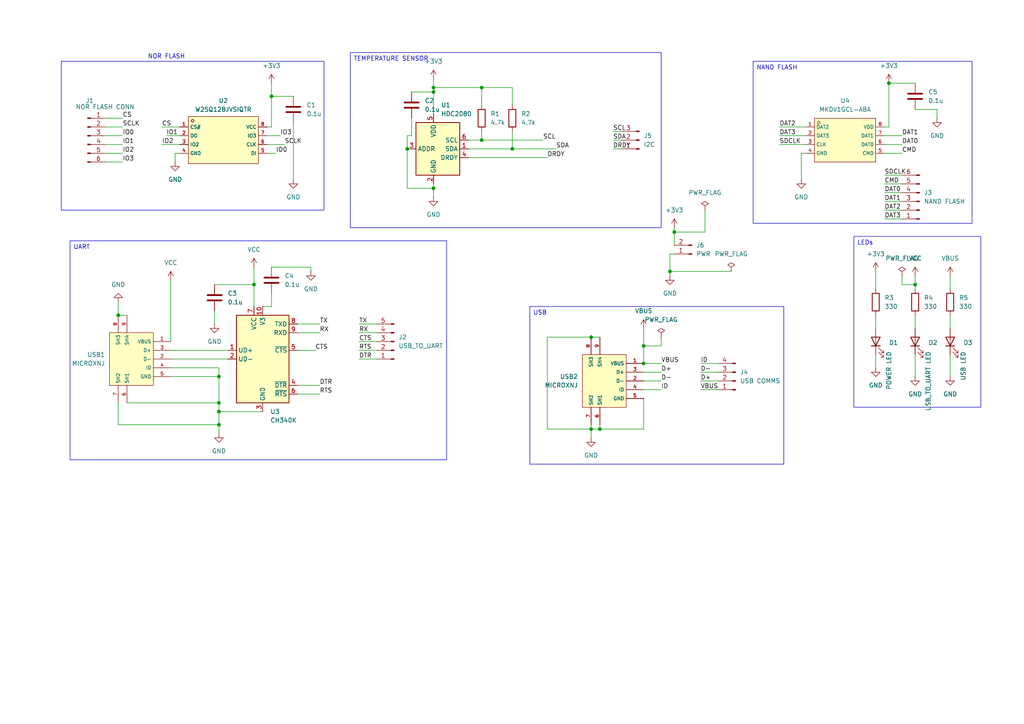
<source format=kicad_sch>
(kicad_sch (version 20231120) (generator "eeschema") (generator_version "8.0")
  (paper "A4")
  (title_block (title "IOT Storage") (rev "V0.01") (company "OpenEmbedded") (comment 1 "Author: Malefetsane Lenka") (comment 2 "QSPI, SD, I2C, USB,UART"))
  (lib_symbols
    (symbol "Connector:Conn_01x02_Pin" (pin_names (offset 1.016) hide)
      (property "Reference" "J" (at 0 2.54 0))
      (property "Value" "Conn_01x02_Pin" (at 0 -5.08 0))
      (symbol "Conn_01x02_Pin_1_1"
        (polyline (pts (xy 1.27 -2.54) (xy 0.8636 -2.54)) (stroke (width 0.1524)))
        (polyline (pts (xy 1.27 0) (xy 0.8636 0)) (stroke (width 0.1524)))
        (rectangle (start 0.8636 -2.413) (end 0 -2.667) (stroke (width 0.1524)) (fill (type outline)))
        (rectangle (start 0.8636 0.127) (end 0 -0.127) (stroke (width 0.1524)) (fill (type outline)))
        (pin passive line (at 5.08 0 180) (length 3.81) (name "Pin_1") (number "1"))
        (pin passive line (at 5.08 -2.54 180) (length 3.81) (name "Pin_2") (number "2"))
      )
    )
    (symbol "Connector:Conn_01x03_Pin" (pin_names (offset 1.016) hide)
      (property "Reference" "J" (at 0 5.08 0))
      (property "Value" "Conn_01x03_Pin" (at 0 -5.08 0))
      (symbol "Conn_01x03_Pin_1_1"
        (polyline (pts (xy 1.27 -2.54) (xy 0.8636 -2.54)) (stroke (width 0.1524)))
        (polyline (pts (xy 1.27 0) (xy 0.8636 0)) (stroke (width 0.1524)))
        (polyline (pts (xy 1.27 2.54) (xy 0.8636 2.54)) (stroke (width 0.1524)))
        (rectangle (start 0.8636 -2.413) (end 0 -2.667) (stroke (width 0.1524)) (fill (type outline)))
        (rectangle (start 0.8636 0.127) (end 0 -0.127) (stroke (width 0.1524)) (fill (type outline)))
        (rectangle (start 0.8636 2.667) (end 0 2.413) (stroke (width 0.1524)) (fill (type outline)))
        (pin passive line (at 5.08 2.54 180) (length 3.81) (name "Pin_1") (number "1"))
        (pin passive line (at 5.08 0 180) (length 3.81) (name "Pin_2") (number "2"))
        (pin passive line (at 5.08 -2.54 180) (length 3.81) (name "Pin_3") (number "3"))
      )
    )
    (symbol "Connector:Conn_01x04_Pin" (pin_names (offset 1.016) hide)
      (property "Reference" "J" (at 0 5.08 0))
      (property "Value" "Conn_01x04_Pin" (at 0 -7.62 0))
      (symbol "Conn_01x04_Pin_1_1"
        (polyline (pts (xy 1.27 -5.08) (xy 0.8636 -5.08)) (stroke (width 0.1524)))
        (polyline (pts (xy 1.27 -2.54) (xy 0.8636 -2.54)) (stroke (width 0.1524)))
        (polyline (pts (xy 1.27 0) (xy 0.8636 0)) (stroke (width 0.1524)))
        (polyline (pts (xy 1.27 2.54) (xy 0.8636 2.54)) (stroke (width 0.1524)))
        (rectangle (start 0.8636 -4.953) (end 0 -5.207) (stroke (width 0.1524)) (fill (type outline)))
        (rectangle (start 0.8636 -2.413) (end 0 -2.667) (stroke (width 0.1524)) (fill (type outline)))
        (rectangle (start 0.8636 0.127) (end 0 -0.127) (stroke (width 0.1524)) (fill (type outline)))
        (rectangle (start 0.8636 2.667) (end 0 2.413) (stroke (width 0.1524)) (fill (type outline)))
        (pin passive line (at 5.08 2.54 180) (length 3.81) (name "Pin_1") (number "1"))
        (pin passive line (at 5.08 0 180) (length 3.81) (name "Pin_2") (number "2"))
        (pin passive line (at 5.08 -2.54 180) (length 3.81) (name "Pin_3") (number "3"))
        (pin passive line (at 5.08 -5.08 180) (length 3.81) (name "Pin_4") (number "4"))
      )
    )
    (symbol "Connector:Conn_01x05_Pin" (pin_names (offset 1.016) hide)
      (property "Reference" "J" (at 0 7.62 0))
      (property "Value" "Conn_01x05_Pin" (at 0 -7.62 0))
      (symbol "Conn_01x05_Pin_1_1"
        (polyline (pts (xy 1.27 -5.08) (xy 0.8636 -5.08)) (stroke (width 0.1524)))
        (polyline (pts (xy 1.27 -2.54) (xy 0.8636 -2.54)) (stroke (width 0.1524)))
        (polyline (pts (xy 1.27 0) (xy 0.8636 0)) (stroke (width 0.1524)))
        (polyline (pts (xy 1.27 2.54) (xy 0.8636 2.54)) (stroke (width 0.1524)))
        (polyline (pts (xy 1.27 5.08) (xy 0.8636 5.08)) (stroke (width 0.1524)))
        (rectangle (start 0.8636 -4.953) (end 0 -5.207) (stroke (width 0.1524)) (fill (type outline)))
        (rectangle (start 0.8636 -2.413) (end 0 -2.667) (stroke (width 0.1524)) (fill (type outline)))
        (rectangle (start 0.8636 0.127) (end 0 -0.127) (stroke (width 0.1524)) (fill (type outline)))
        (rectangle (start 0.8636 2.667) (end 0 2.413) (stroke (width 0.1524)) (fill (type outline)))
        (rectangle (start 0.8636 5.207) (end 0 4.953) (stroke (width 0.1524)) (fill (type outline)))
        (pin passive line (at 5.08 5.08 180) (length 3.81) (name "Pin_1") (number "1"))
        (pin passive line (at 5.08 2.54 180) (length 3.81) (name "Pin_2") (number "2"))
        (pin passive line (at 5.08 0 180) (length 3.81) (name "Pin_3") (number "3"))
        (pin passive line (at 5.08 -2.54 180) (length 3.81) (name "Pin_4") (number "4"))
        (pin passive line (at 5.08 -5.08 180) (length 3.81) (name "Pin_5") (number "5"))
      )
    )
    (symbol "Connector:Conn_01x06_Pin" (pin_names (offset 1.016) hide)
      (property "Reference" "J" (at 0 7.62 0))
      (property "Value" "Conn_01x06_Pin" (at 0 -10.16 0))
      (symbol "Conn_01x06_Pin_1_1"
        (polyline (pts (xy 1.27 -7.62) (xy 0.8636 -7.62)) (stroke (width 0.1524)))
        (polyline (pts (xy 1.27 -5.08) (xy 0.8636 -5.08)) (stroke (width 0.1524)))
        (polyline (pts (xy 1.27 -2.54) (xy 0.8636 -2.54)) (stroke (width 0.1524)))
        (polyline (pts (xy 1.27 0) (xy 0.8636 0)) (stroke (width 0.1524)))
        (polyline (pts (xy 1.27 2.54) (xy 0.8636 2.54)) (stroke (width 0.1524)))
        (polyline (pts (xy 1.27 5.08) (xy 0.8636 5.08)) (stroke (width 0.1524)))
        (rectangle (start 0.8636 -7.493) (end 0 -7.747) (stroke (width 0.1524)) (fill (type outline)))
        (rectangle (start 0.8636 -4.953) (end 0 -5.207) (stroke (width 0.1524)) (fill (type outline)))
        (rectangle (start 0.8636 -2.413) (end 0 -2.667) (stroke (width 0.1524)) (fill (type outline)))
        (rectangle (start 0.8636 0.127) (end 0 -0.127) (stroke (width 0.1524)) (fill (type outline)))
        (rectangle (start 0.8636 2.667) (end 0 2.413) (stroke (width 0.1524)) (fill (type outline)))
        (rectangle (start 0.8636 5.207) (end 0 4.953) (stroke (width 0.1524)) (fill (type outline)))
        (pin passive line (at 5.08 5.08 180) (length 3.81) (name "Pin_1") (number "1"))
        (pin passive line (at 5.08 2.54 180) (length 3.81) (name "Pin_2") (number "2"))
        (pin passive line (at 5.08 0 180) (length 3.81) (name "Pin_3") (number "3"))
        (pin passive line (at 5.08 -2.54 180) (length 3.81) (name "Pin_4") (number "4"))
        (pin passive line (at 5.08 -5.08 180) (length 3.81) (name "Pin_5") (number "5"))
        (pin passive line (at 5.08 -7.62 180) (length 3.81) (name "Pin_6") (number "6"))
      )
    )
    (symbol "Device:C" (pin_numbers hide) (pin_names (offset 0.254))
      (property "Reference" "C" (at 0.635 2.54 0))
      (property "Value" "C" (at 0.635 -2.54 0))
      (symbol "C_0_1"
        (polyline (pts (xy -2.032 -0.762) (xy 2.032 -0.762)) (stroke (width 0.508)))
        (polyline (pts (xy -2.032 0.762) (xy 2.032 0.762)) (stroke (width 0.508)))
      )
      (symbol "C_1_1"
        (pin passive line (at 0 3.81 270) (length 2.794) (name "~") (number "1"))
        (pin passive line (at 0 -3.81 90) (length 2.794) (name "~") (number "2"))
      )
    )
    (symbol "Device:LED" (pin_numbers hide) (pin_names (offset 1.016) hide)
      (property "Reference" "D" (at 0 2.54 0))
      (property "Value" "LED" (at 0 -2.54 0))
      (symbol "LED_0_1"
        (polyline (pts (xy -1.27 -1.27) (xy -1.27 1.27)) (stroke (width 0.254)))
        (polyline (pts (xy -1.27 0) (xy 1.27 0)))
        (polyline (pts (xy 1.27 -1.27) (xy 1.27 1.27) (xy -1.27 0) (xy 1.27 -1.27)) (stroke (width 0.254)))
        (polyline (pts (xy -3.048 -0.762) (xy -4.572 -2.286) (xy -3.81 -2.286) (xy -4.572 -2.286) (xy -4.572 -1.524)))
        (polyline (pts (xy -1.778 -0.762) (xy -3.302 -2.286) (xy -2.54 -2.286) (xy -3.302 -2.286) (xy -3.302 -1.524)))
      )
      (symbol "LED_1_1"
        (pin passive line (at -3.81 0 0) (length 2.54) (name "K") (number "1"))
        (pin passive line (at 3.81 0 180) (length 2.54) (name "A") (number "2"))
      )
    )
    (symbol "Device:R" (pin_numbers hide) (pin_names (offset 0))
      (property "Reference" "R" (at 2.032 0 90))
      (property "Value" "R" (at 0 0 90))
      (symbol "R_0_1"
        (rectangle (start -1.016 -2.54) (end 1.016 2.54) (stroke (width 0.254)))
      )
      (symbol "R_1_1"
        (pin passive line (at 0 3.81 270) (length 1.27) (name "~") (number "1"))
        (pin passive line (at 0 -3.81 90) (length 1.27) (name "~") (number "2"))
      )
    )
    (symbol "Interface_USB:CH340K"
      (property "Reference" "U" (at -6.858 13.97 0))
      (property "Value" "CH340K" (at 1.27 13.97 0))
      (symbol "CH340K_0_1"
        (rectangle (start -7.62 12.7) (end 7.62 -12.7) (stroke (width 0.254)) (fill (type background)))
      )
      (symbol "CH340K_1_0"
        (pin passive line (at 0 -15.24 90) (length 2.54) hide (name "GND") (number "11"))
      )
      (symbol "CH340K_1_1"
        (pin bidirectional line (at -10.16 2.54 0) (length 2.54) (name "UD+") (number "1"))
        (pin passive line (at 0 15.24 270) (length 2.54) (name "V3") (number "10"))
        (pin bidirectional line (at -10.16 0 0) (length 2.54) (name "UD-") (number "2"))
        (pin power_in line (at 0 -15.24 90) (length 2.54) (name "GND") (number "3"))
        (pin output line (at 10.16 -7.62 180) (length 2.54) (name "~{DTR}") (number "4"))
        (pin input line (at 10.16 2.54 180) (length 2.54) (name "~{CTS}") (number "5"))
        (pin output line (at 10.16 -10.16 180) (length 2.54) (name "~{RTS}") (number "6"))
        (pin power_in line (at -2.54 15.24 270) (length 2.54) (name "VCC") (number "7"))
        (pin output line (at 10.16 10.16 180) (length 2.54) (name "TXD") (number "8"))
        (pin input line (at 10.16 7.62 180) (length 2.54) (name "RXD") (number "9"))
      )
    )
    (symbol "MICROXNJ:MICROXNJ"
      (property "Reference" "USB" (at 0 1.27 0))
      (property "Value" "MICROXNJ" (at 0 -2.54 0))
      (symbol "MICROXNJ_0_1"
        (rectangle (start -5.08 7.62) (end 7.62 -7.62) (fill (type background)))
      )
      (symbol "MICROXNJ_1_1"
        (pin power_in line (at -10.16 -5.08 0) (length 5.08) (name "VBUS") (number "1"))
        (pin bidirectional line (at -10.16 0 0) (length 5.08) (name "D-") (number "2"))
        (pin bidirectional line (at -10.16 -2.54 0) (length 5.08) (name "D+") (number "3"))
        (pin passive line (at -10.16 2.54 0) (length 5.08) (name "ID") (number "4"))
        (pin power_in line (at -10.16 5.08 0) (length 5.08) (name "GND") (number "5"))
        (pin passive line (at 2.54 12.7 270) (length 5.08) (name "SH1") (number "6"))
        (pin passive line (at 5.08 12.7 270) (length 5.08) (name "SH2") (number "7"))
        (pin passive line (at 5.08 -12.7 90) (length 5.08) (name "SH3") (number "8"))
        (pin passive line (at 2.54 -12.7 90) (length 5.08) (name "SH4") (number "9"))
      )
    )
    (symbol "MKDV1GCL-ABA:MKDV1GCL-ABA"
      (property "Reference" "U" (at 0 1.27 0))
      (property "Value" "MKDV1GCL-ABA" (at 0 -2.54 0))
      (symbol "MKDV1GCL-ABA_0_1"
        (rectangle (start -8.89 6.35) (end 8.89 -6.35) (fill (type background)))
        (circle (center -7.62 5.08) (radius 0.381) (fill (type background)))
      )
      (symbol "MKDV1GCL-ABA_1_1"
        (pin bidirectional line (at -11.43 3.81 0) (length 2.54) (name "DAT2") (number "1"))
        (pin bidirectional line (at -11.43 1.27 0) (length 2.54) (name "DAT3") (number "2"))
        (pin input line (at -11.43 -1.27 0) (length 2.54) (name "CLK") (number "3"))
        (pin power_in line (at -11.43 -3.81 0) (length 2.54) (name "GND") (number "4"))
        (pin input line (at 11.43 -3.81 180) (length 2.54) (name "CMD") (number "5"))
        (pin bidirectional line (at 11.43 -1.27 180) (length 2.54) (name "DAT0") (number "6"))
        (pin bidirectional line (at 11.43 1.27 180) (length 2.54) (name "DAT1") (number "7"))
        (pin power_in line (at 11.43 3.81 180) (length 2.54) (name "VDD") (number "8"))
      )
    )
    (symbol "Sensor_Humidity:HDC2080"
      (property "Reference" "U" (at -6.35 8.89 0))
      (property "Value" "HDC2080" (at 2.54 8.89 0))
      (symbol "HDC2080_0_1"
        (rectangle (start -7.62 7.62) (end 5.08 -7.62) (stroke (width 0.254)) (fill (type background)))
      )
      (symbol "HDC2080_1_1"
        (pin bidirectional line (at 7.62 0 180) (length 2.54) (name "SDA") (number "1"))
        (pin power_in line (at -2.54 -10.16 90) (length 2.54) (name "GND") (number "2"))
        (pin input line (at -10.16 0 0) (length 2.54) (name "ADDR") (number "3"))
        (pin output line (at 7.62 -2.54 180) (length 2.54) (name "DRDY") (number "4"))
        (pin power_in line (at -2.54 10.16 270) (length 2.54) (name "VDD") (number "5"))
        (pin input line (at 7.62 2.54 180) (length 2.54) (name "SCL") (number "6"))
        (pin no_connect line (at -7.62 -2.54 0) (length 2.54) hide (name "EP") (number "7"))
      )
    )
    (symbol "W25Q128JVSIQTR:W25Q128JVSIQTR"
      (property "Reference" "U" (at 0 1.27 0))
      (property "Value" "W25Q128JVSIQTR" (at 0 -2.54 0))
      (symbol "W25Q128JVSIQTR_0_1"
        (rectangle (start -10.16 6.858) (end 10.16 -6.858) (fill (type background)))
        (circle (center -8.89 5.588) (radius 0.381) (fill (type background)))
        (circle (center -8.89 5.588) (radius 0.381) (fill (type background)))
      )
      (symbol "W25Q128JVSIQTR_1_1"
        (pin input line (at -12.7 3.81 0) (length 2.54) (name "CS#") (number "1"))
        (pin bidirectional line (at -12.7 1.27 0) (length 2.54) (name "DO") (number "2"))
        (pin bidirectional line (at -12.7 -1.27 0) (length 2.54) (name "IO2") (number "3"))
        (pin power_in line (at -12.7 -3.81 0) (length 2.54) (name "GND") (number "4"))
        (pin bidirectional line (at 12.7 -3.81 180) (length 2.54) (name "DI") (number "5"))
        (pin input line (at 12.7 -1.27 180) (length 2.54) (name "CLK") (number "6"))
        (pin bidirectional line (at 12.7 1.27 180) (length 2.54) (name "IO3") (number "7"))
        (pin power_in line (at 12.7 3.81 180) (length 2.54) (name "VCC") (number "8"))
      )
    )
    (symbol "power:+3V3" (power) (pin_numbers hide) (pin_names (offset 0) hide)
      (property "Value" "+3V3" (at 0 3.556 0))
      (symbol "+3V3_0_1"
        (polyline (pts (xy -0.762 1.27) (xy 0 2.54)))
        (polyline (pts (xy 0 0) (xy 0 2.54)))
        (polyline (pts (xy 0 2.54) (xy 0.762 1.27)))
      )
      (symbol "+3V3_1_1"
        (pin power_in line (at 0 0 90) (length 0) (name "~") (number "1"))
      )
    )
    (symbol "power:GND" (power) (pin_numbers hide) (pin_names (offset 0) hide)
      (property "Value" "GND" (at 0 -3.81 0))
      (symbol "GND_0_1"
        (polyline (pts (xy 0 0) (xy 0 -1.27) (xy 1.27 -1.27) (xy 0 -2.54) (xy -1.27 -1.27) (xy 0 -1.27)))
      )
      (symbol "GND_1_1"
        (pin power_in line (at 0 0 270) (length 0) (name "~") (number "1"))
      )
    )
    (symbol "power:PWR_FLAG" (power) (pin_numbers hide) (pin_names (offset 0) hide)
      (property "Value" "PWR_FLAG" (at 0 3.81 0))
      (symbol "PWR_FLAG_0_0"
        (pin power_out line (at 0 0 90) (length 0) (name "~") (number "1"))
      )
      (symbol "PWR_FLAG_0_1"
        (polyline (pts (xy 0 0) (xy 0 1.27) (xy -1.016 1.905) (xy 0 2.54) (xy 1.016 1.905) (xy 0 1.27)))
      )
    )
    (symbol "power:VBUS" (power) (pin_numbers hide) (pin_names (offset 0) hide)
      (property "Value" "VBUS" (at 0 3.556 0))
      (symbol "VBUS_0_1"
        (polyline (pts (xy -0.762 1.27) (xy 0 2.54)))
        (polyline (pts (xy 0 0) (xy 0 2.54)))
        (polyline (pts (xy 0 2.54) (xy 0.762 1.27)))
      )
      (symbol "VBUS_1_1"
        (pin power_in line (at 0 0 90) (length 0) (name "~") (number "1"))
      )
    )
    (symbol "power:VCC" (power) (pin_numbers hide) (pin_names (offset 0) hide)
      (property "Value" "VCC" (at 0 3.556 0))
      (symbol "VCC_0_1"
        (polyline (pts (xy -0.762 1.27) (xy 0 2.54)))
        (polyline (pts (xy 0 0) (xy 0 2.54)))
        (polyline (pts (xy 0 2.54) (xy 0.762 1.27)))
      )
      (symbol "VCC_1_1"
        (pin power_in line (at 0 0 90) (length 0) (name "~") (number "1"))
      )
    )
  )
  (junction (at 34.29 91.44))
  (junction (at 173.99 124.46))
  (junction (at 125.73 54.61))
  (junction (at 139.7 40.64))
  (junction (at 171.45 124.46))
  (junction (at 257.81 24.13))
  (junction (at 148.59 43.18))
  (junction (at 118.11 43.18))
  (junction (at 78.74 27.94))
  (junction (at 73.66 82.55))
  (junction (at 186.69 105.41))
  (junction (at 63.5 109.22))
  (junction (at 63.5 116.84))
  (junction (at 195.58 67.31))
  (junction (at 125.73 25.4))
  (junction (at 63.5 119.38))
  (junction (at 186.69 100.33))
  (junction (at 194.31 78.74))
  (junction (at 125.73 26.67))
  (junction (at 265.43 82.55))
  (junction (at 63.5 123.19))
  (junction (at 139.7 25.4))
  (junction (at 171.45 97.79))
  (wire (pts (xy 76.2 119.38) (xy 63.5 119.38)))
  (wire (pts (xy 191.77 100.33) (xy 186.69 100.33)))
  (wire (pts (xy 194.31 78.74) (xy 194.31 73.66)))
  (wire (pts (xy 226.06 41.91) (xy 233.68 41.91)))
  (wire (pts (xy 30.48 36.83) (xy 35.56 36.83)))
  (wire (pts (xy 177.8 40.64) (xy 180.34 40.64)))
  (wire (pts (xy 30.48 41.91) (xy 35.56 41.91)))
  (wire (pts (xy 30.48 44.45) (xy 35.56 44.45)))
  (wire (pts (xy 226.06 36.83) (xy 233.68 36.83)))
  (wire (pts (xy 62.23 82.55) (xy 73.66 82.55)))
  (wire (pts (xy 186.69 110.49) (xy 191.77 110.49)))
  (wire (pts (xy 265.43 31.75) (xy 271.78 31.75)))
  (wire (pts (xy 104.14 93.98) (xy 109.22 93.98)))
  (wire (pts (xy 256.54 63.5) (xy 261.62 63.5)))
  (wire (pts (xy 125.73 53.34) (xy 125.73 54.61)))
  (wire (pts (xy 73.66 77.47) (xy 73.66 82.55)))
  (wire (pts (xy 191.77 97.79) (xy 191.77 100.33)))
  (wire (pts (xy 77.47 41.91) (xy 82.55 41.91)))
  (wire (pts (xy 171.45 124.46) (xy 171.45 127)))
  (wire (pts (xy 49.53 106.68) (xy 63.5 106.68)))
  (wire (pts (xy 135.89 45.72) (xy 158.75 45.72)))
  (wire (pts (xy 125.73 25.4) (xy 125.73 26.67)))
  (wire (pts (xy 135.89 43.18) (xy 148.59 43.18)))
  (wire (pts (xy 49.53 109.22) (xy 63.5 109.22)))
  (wire (pts (xy 148.59 25.4) (xy 139.7 25.4)))
  (wire (pts (xy 34.29 91.44) (xy 36.83 91.44)))
  (wire (pts (xy 78.74 24.13) (xy 78.74 27.94)))
  (wire (pts (xy 254 78.74) (xy 254 83.82)))
  (wire (pts (xy 50.8 46.99) (xy 50.8 44.45)))
  (wire (pts (xy 254 102.87) (xy 254 106.68)))
  (wire (pts (xy 256.54 53.34) (xy 261.62 53.34)))
  (wire (pts (xy 186.69 95.25) (xy 186.69 100.33)))
  (wire (pts (xy 46.99 36.83) (xy 52.07 36.83)))
  (wire (pts (xy 233.68 44.45) (xy 232.41 44.45)))
  (wire (pts (xy 254 91.44) (xy 254 95.25)))
  (wire (pts (xy 34.29 123.19) (xy 63.5 123.19)))
  (wire (pts (xy 78.74 88.9) (xy 78.74 85.09)))
  (wire (pts (xy 256.54 41.91) (xy 261.62 41.91)))
  (wire (pts (xy 48.26 39.37) (xy 52.07 39.37)))
  (wire (pts (xy 148.59 43.18) (xy 161.29 43.18)))
  (wire (pts (xy 186.69 100.33) (xy 186.69 105.41)))
  (wire (pts (xy 139.7 40.64) (xy 135.89 40.64)))
  (wire (pts (xy 194.31 73.66) (xy 195.58 73.66)))
  (wire (pts (xy 271.78 31.75) (xy 271.78 34.29)))
  (wire (pts (xy 148.59 30.48) (xy 148.59 25.4)))
  (wire (pts (xy 86.36 114.3) (xy 92.71 114.3)))
  (wire (pts (xy 177.8 43.18) (xy 180.34 43.18)))
  (wire (pts (xy 256.54 58.42) (xy 261.62 58.42)))
  (wire (pts (xy 173.99 124.46) (xy 171.45 124.46)))
  (wire (pts (xy 265.43 91.44) (xy 265.43 95.25)))
  (wire (pts (xy 275.59 102.87) (xy 275.59 109.22)))
  (wire (pts (xy 125.73 54.61) (xy 125.73 57.15)))
  (wire (pts (xy 203.2 113.03) (xy 208.28 113.03)))
  (wire (pts (xy 76.2 88.9) (xy 78.74 88.9)))
  (wire (pts (xy 63.5 106.68) (xy 63.5 109.22)))
  (wire (pts (xy 257.81 24.13) (xy 265.43 24.13)))
  (wire (pts (xy 256.54 44.45) (xy 261.62 44.45)))
  (wire (pts (xy 256.54 50.8) (xy 261.62 50.8)))
  (wire (pts (xy 119.38 26.67) (xy 125.73 26.67)))
  (wire (pts (xy 125.73 22.86) (xy 125.73 25.4)))
  (wire (pts (xy 261.62 80.01) (xy 261.62 82.55)))
  (wire (pts (xy 275.59 91.44) (xy 275.59 95.25)))
  (wire (pts (xy 186.69 115.57) (xy 186.69 124.46)))
  (wire (pts (xy 46.99 41.91) (xy 52.07 41.91)))
  (wire (pts (xy 158.75 124.46) (xy 171.45 124.46)))
  (wire (pts (xy 139.7 25.4) (xy 125.73 25.4)))
  (wire (pts (xy 171.45 97.79) (xy 173.99 97.79)))
  (wire (pts (xy 86.36 96.52) (xy 92.71 96.52)))
  (wire (pts (xy 173.99 123.19) (xy 173.99 124.46)))
  (wire (pts (xy 30.48 39.37) (xy 35.56 39.37)))
  (wire (pts (xy 63.5 109.22) (xy 63.5 116.84)))
  (wire (pts (xy 139.7 40.64) (xy 157.48 40.64)))
  (wire (pts (xy 203.2 110.49) (xy 208.28 110.49)))
  (wire (pts (xy 204.47 60.96) (xy 204.47 67.31)))
  (wire (pts (xy 118.11 43.18) (xy 118.11 54.61)))
  (wire (pts (xy 261.62 82.55) (xy 265.43 82.55)))
  (wire (pts (xy 78.74 77.47) (xy 90.17 77.47)))
  (wire (pts (xy 195.58 66.04) (xy 195.58 67.31)))
  (wire (pts (xy 194.31 78.74) (xy 212.09 78.74)))
  (wire (pts (xy 50.8 44.45) (xy 52.07 44.45)))
  (wire (pts (xy 265.43 80.01) (xy 265.43 82.55)))
  (wire (pts (xy 118.11 54.61) (xy 125.73 54.61)))
  (wire (pts (xy 104.14 104.14) (xy 109.22 104.14)))
  (wire (pts (xy 30.48 34.29) (xy 35.56 34.29)))
  (wire (pts (xy 34.29 116.84) (xy 34.29 123.19)))
  (wire (pts (xy 86.36 111.76) (xy 92.71 111.76)))
  (wire (pts (xy 171.45 97.79) (xy 158.75 97.79)))
  (wire (pts (xy 256.54 39.37) (xy 261.62 39.37)))
  (wire (pts (xy 158.75 97.79) (xy 158.75 124.46)))
  (wire (pts (xy 186.69 105.41) (xy 191.77 105.41)))
  (wire (pts (xy 203.2 105.41) (xy 208.28 105.41)))
  (wire (pts (xy 171.45 123.19) (xy 171.45 124.46)))
  (wire (pts (xy 63.5 123.19) (xy 63.5 125.73)))
  (wire (pts (xy 104.14 99.06) (xy 109.22 99.06)))
  (wire (pts (xy 63.5 119.38) (xy 63.5 123.19)))
  (wire (pts (xy 34.29 87.63) (xy 34.29 91.44)))
  (wire (pts (xy 49.53 104.14) (xy 66.04 104.14)))
  (wire (pts (xy 119.38 39.37) (xy 118.11 39.37)))
  (wire (pts (xy 62.23 90.17) (xy 62.23 93.98)))
  (wire (pts (xy 265.43 82.55) (xy 265.43 83.82)))
  (wire (pts (xy 203.2 107.95) (xy 208.28 107.95)))
  (wire (pts (xy 257.81 24.13) (xy 257.81 36.83)))
  (wire (pts (xy 195.58 67.31) (xy 195.58 71.12)))
  (wire (pts (xy 186.69 113.03) (xy 191.77 113.03)))
  (wire (pts (xy 78.74 36.83) (xy 77.47 36.83)))
  (wire (pts (xy 85.09 35.56) (xy 85.09 52.07)))
  (wire (pts (xy 90.17 77.47) (xy 90.17 78.74)))
  (wire (pts (xy 86.36 101.6) (xy 91.44 101.6)))
  (wire (pts (xy 73.66 82.55) (xy 73.66 88.9)))
  (wire (pts (xy 49.53 101.6) (xy 66.04 101.6)))
  (wire (pts (xy 257.81 36.83) (xy 256.54 36.83)))
  (wire (pts (xy 275.59 80.01) (xy 275.59 83.82)))
  (wire (pts (xy 36.83 116.84) (xy 63.5 116.84)))
  (wire (pts (xy 119.38 34.29) (xy 119.38 39.37)))
  (wire (pts (xy 86.36 93.98) (xy 92.71 93.98)))
  (wire (pts (xy 125.73 26.67) (xy 125.73 33.02)))
  (wire (pts (xy 204.47 67.31) (xy 195.58 67.31)))
  (wire (pts (xy 118.11 39.37) (xy 118.11 43.18)))
  (wire (pts (xy 104.14 101.6) (xy 109.22 101.6)))
  (wire (pts (xy 148.59 43.18) (xy 148.59 38.1)))
  (wire (pts (xy 49.53 99.06) (xy 49.53 81.28)))
  (wire (pts (xy 186.69 124.46) (xy 173.99 124.46)))
  (wire (pts (xy 226.06 39.37) (xy 233.68 39.37)))
  (wire (pts (xy 104.14 96.52) (xy 109.22 96.52)))
  (wire (pts (xy 30.48 46.99) (xy 35.56 46.99)))
  (wire (pts (xy 139.7 30.48) (xy 139.7 25.4)))
  (wire (pts (xy 77.47 39.37) (xy 81.28 39.37)))
  (wire (pts (xy 232.41 44.45) (xy 232.41 52.07)))
  (wire (pts (xy 194.31 80.01) (xy 194.31 78.74)))
  (wire (pts (xy 77.47 44.45) (xy 80.01 44.45)))
  (wire (pts (xy 139.7 38.1) (xy 139.7 40.64)))
  (wire (pts (xy 78.74 27.94) (xy 78.74 36.83)))
  (wire (pts (xy 186.69 107.95) (xy 191.77 107.95)))
  (wire (pts (xy 78.74 27.94) (xy 85.09 27.94)))
  (wire (pts (xy 177.8 38.1) (xy 180.34 38.1)))
  (wire (pts (xy 256.54 55.88) (xy 261.62 55.88)))
  (wire (pts (xy 265.43 102.87) (xy 265.43 109.22)))
  (wire (pts (xy 256.54 60.96) (xy 261.62 60.96)))
  (wire (pts (xy 63.5 116.84) (xy 63.5 119.38)))
  (text_box "LEDs\n\n" (at 247.65 68.58 0) (size 36.83 49.53) (effects (font (size 1.27 1.27)) (justify left top)))
  (text_box "USB\n" (at 153.67 88.9 0) (size 73.66 45.72) (effects (font (size 1.27 1.27)) (justify left top)))
  (text_box "UART\n" (at 20.32 69.85 0) (size 109.22 63.5) (effects (font (size 1.27 1.27)) (justify left top)))
  (text_box "TEMPERATURE SENSOR\n" (at 101.6 15.24 0) (size 90.17 50.8) (effects (font (size 1.27 1.27)) (justify left top)))
  (text_box "NAND FLASH\n" (at 218.44 17.78 0) (size 63.5 46.99) (effects (font (size 1.27 1.27)) (justify left top)))
  (text_box "" (at 17.78 17.78 0) (size 76.2 43.18) (effects (font (size 1.27 1.27)) (justify left top)))
  (text "NOR FLASH\n" (at 48.26 16.51 0) (effects (font (size 1.27 1.27))))
  (label "CS" (at 46.99 36.83 0))
  (label "IO1" (at 35.56 41.91 0))
  (label "SCL" (at 157.48 40.64 0))
  (label "SDA" (at 161.29 43.18 0))
  (label "IO2" (at 35.56 44.45 0))
  (label "SCLK" (at 82.55 41.91 0))
  (label "IO0" (at 35.56 39.37 0))
  (label "DAT2" (at 256.54 60.96 0))
  (label "SDCLK" (at 226.06 41.91 0))
  (label "IO0" (at 80.01 44.45 0))
  (label "IO2" (at 46.99 41.91 0))
  (label "DRDY" (at 177.8 43.18 0))
  (label "RTS" (at 92.71 114.3 0))
  (label "D+" (at 191.77 107.95 0))
  (label "CTS" (at 91.44 101.6 0))
  (label "DAT3" (at 226.06 39.37 0))
  (label "VBUS" (at 203.2 113.03 0))
  (label "CMD" (at 256.54 53.34 0))
  (label "D-" (at 203.2 107.95 0))
  (label "D+" (at 203.2 110.49 0))
  (label "ID" (at 203.2 105.41 0))
  (label "RTS" (at 104.14 101.6 0))
  (label "IO3" (at 35.56 46.99 0))
  (label "TX" (at 92.71 93.98 0))
  (label "DTR" (at 104.14 104.14 0))
  (label "VBUS" (at 191.77 105.41 0))
  (label "DAT0" (at 261.62 41.91 0))
  (label "D-" (at 191.77 110.49 0))
  (label "SCL" (at 177.8 38.1 0))
  (label "DAT0" (at 256.54 55.88 0))
  (label "CS" (at 35.56 34.29 0))
  (label "DAT1" (at 261.62 39.37 0))
  (label "TX" (at 104.14 93.98 0))
  (label "ID" (at 191.77 113.03 0))
  (label "RX" (at 104.14 96.52 0))
  (label "IO1" (at 48.26 39.37 0))
  (label "DAT1" (at 256.54 58.42 0))
  (label "SDA" (at 177.8 40.64 0))
  (label "DTR" (at 92.71 111.76 0))
  (label "RX" (at 92.71 96.52 0))
  (label "CMD" (at 261.62 44.45 0))
  (label "SDCLK" (at 256.54 50.8 0))
  (label "DAT2" (at 226.06 36.83 0))
  (label "DAT3" (at 256.54 63.5 0))
  (label "CTS" (at 104.14 99.06 0))
  (label "IO3" (at 81.28 39.37 0))
  (label "SCLK" (at 35.56 36.83 0))
  (label "DRDY" (at 158.75 45.72 0))
  (symbol (lib_id "power:VCC") (at 265.43 80.01 0) (unit 1)
    (property "Reference" "#PWR015" (effects (hide yes)))
    (property "Value" "VCC" (at 265.43 74.93 0))
    (property "Description" "Power symbol creates a global label with name \"VCC\"" (effects (hide yes)))
  )
  (symbol (lib_id "Connector:Conn_01x05_Pin") (at 114.3 99.06 180) (unit 1)
    (property "Reference" "J2" (at 115.57 97.7899 0) (effects (justify right)))
    (property "Value" "USB_TO_UART" (at 115.57 100.3299 0) (effects (justify right)))
    (property "Footprint" "Connector_PinHeader_2.54mm:PinHeader_1x05_P2.54mm_Vertical" (effects (hide yes)))
    (property "Description" "Generic connector, single row, 01x05, script generated" (effects (hide yes)))
  )
  (symbol (lib_id "Connector:Conn_01x04_Pin") (at 213.36 110.49 180) (unit 1)
    (property "Reference" "J4" (at 214.63 107.9499 0) (effects (justify right)))
    (property "Value" "USB COMMS" (at 214.63 110.4899 0) (effects (justify right)))
    (property "Footprint" "Connector_PinHeader_2.54mm:PinHeader_1x04_P2.54mm_Vertical" (effects (hide yes)))
    (property "Description" "Generic connector, single row, 01x04, script generated" (effects (hide yes)))
  )
  (symbol (lib_id "power:VBUS") (at 186.69 95.25 0) (unit 1)
    (property "Reference" "#PWR019" (effects (hide yes)))
    (property "Value" "VBUS" (at 186.69 90.17 0))
    (property "Description" "Power symbol creates a global label with name \"VBUS\"" (effects (hide yes)))
  )
  (symbol (lib_id "Connector:Conn_01x06_Pin") (at 266.7 58.42 180) (unit 1)
    (property "Reference" "J3" (at 267.97 55.8799 0) (effects (justify right)))
    (property "Value" "NAND FLASH" (at 267.97 58.4199 0) (effects (justify right)))
    (property "Footprint" "Connector_PinHeader_2.54mm:PinHeader_1x06_P2.54mm_Vertical" (effects (hide yes)))
    (property "Description" "Generic connector, single row, 01x06, script generated" (effects (hide yes)))
  )
  (symbol (lib_id "Device:C") (at 62.23 86.36 0) (unit 1)
    (property "Reference" "C3" (at 66.04 85.0899 0) (effects (justify left)))
    (property "Value" "0.1u" (at 66.04 87.6299 0) (effects (justify left)))
    (property "Footprint" "Capacitor_SMD:C_0805_2012Metric" (effects (hide yes)))
    (property "Description" "Unpolarized capacitor" (effects (hide yes)))
  )
  (symbol (lib_id "power:GND") (at 125.73 57.15 0) (unit 1)
    (property "Reference" "#PWR02" (effects (hide yes)))
    (property "Value" "GND" (at 125.73 62.23 0))
    (property "Description" "Power symbol creates a global label with name \"GND\" , ground" (effects (hide yes)))
  )
  (symbol (lib_id "Device:C") (at 85.09 31.75 0) (unit 1)
    (property "Reference" "C1" (at 88.9 30.4799 0) (effects (justify left)))
    (property "Value" "0.1u" (at 88.9 33.0199 0) (effects (justify left)))
    (property "Footprint" "Capacitor_SMD:C_0805_2012Metric" (effects (hide yes)))
    (property "Description" "Unpolarized capacitor" (effects (hide yes)))
  )
  (symbol (lib_id "Device:C") (at 78.74 81.28 0) (unit 1)
    (property "Reference" "C4" (at 82.55 80.0099 0) (effects (justify left)))
    (property "Value" "0.1u" (at 82.55 82.5499 0) (effects (justify left)))
    (property "Footprint" "Capacitor_SMD:C_0805_2012Metric" (effects (hide yes)))
    (property "Description" "Unpolarized capacitor" (effects (hide yes)))
  )
  (symbol (lib_id "power:GND") (at 265.43 109.22 0) (unit 1)
    (property "Reference" "#PWR016" (effects (hide yes)))
    (property "Value" "GND" (at 265.43 114.3 0))
    (property "Description" "Power symbol creates a global label with name \"GND\" , ground" (effects (hide yes)))
  )
  (symbol (lib_id "Device:LED") (at 275.59 99.06 90) (unit 1)
    (property "Reference" "D3" (at 279.4 99.3774 90) (effects (justify right)))
    (property "Value" "USB LED" (at 279.4 101.9174 0) (effects (justify right)))
    (property "Footprint" "LED_SMD:LED_1206_3216Metric" (effects (hide yes)))
    (property "Description" "Light emitting diode" (effects (hide yes)))
  )
  (symbol (lib_id "MICROXNJ:MICROXNJ") (at 176.53 110.49 180) (unit 1)
    (property "Reference" "USB2" (at 167.64 109.2199 0) (effects (justify left)))
    (property "Value" "MICROXNJ" (at 167.64 111.7599 0) (effects (justify left)))
    (property "Footprint" "footprint:MICRO-USB-SMD_MICROXNJ" (effects (hide yes)))
    (property "Datasheet" "https://item.szlcsc.com/392534.html" (effects (hide yes)))
    (property "LCSC" "C404969" (effects (hide yes)))
  )
  (symbol (lib_id "power:+3V3") (at 195.58 66.04 0) (unit 1)
    (property "Reference" "#PWR023" (effects (hide yes)))
    (property "Value" "+3V3" (at 195.58 60.96 0))
    (property "Description" "Power symbol creates a global label with name \"+3V3\"" (effects (hide yes)))
  )
  (symbol (lib_id "power:PWR_FLAG") (at 261.62 80.01 0) (unit 1)
    (property "Reference" "#FLG04" (effects (hide yes)))
    (property "Value" "PWR_FLAG" (at 261.62 74.93 0))
    (property "Description" "Special symbol for telling ERC where power comes from" (effects (hide yes)))
  )
  (symbol (lib_id "Device:LED") (at 265.43 99.06 90) (unit 1)
    (property "Reference" "D2" (at 269.24 99.3774 90) (effects (justify right)))
    (property "Value" "USB_TO_UART LED" (at 269.24 101.9174 0) (effects (justify right)))
    (property "Footprint" "LED_SMD:LED_1206_3216Metric" (effects (hide yes)))
    (property "Description" "Light emitting diode" (effects (hide yes)))
  )
  (symbol (lib_id "Device:R") (at 275.59 87.63 0) (unit 1)
    (property "Reference" "R5" (at 278.13 86.3599 0) (effects (justify left)))
    (property "Value" "330" (at 278.13 88.8999 0) (effects (justify left)))
    (property "Footprint" "Resistor_SMD:R_0805_2012Metric" (effects (hide yes)))
    (property "Description" "Resistor" (effects (hide yes)))
  )
  (symbol (lib_id "Device:R") (at 139.7 34.29 0) (unit 1)
    (property "Reference" "R1" (at 142.24 33.0199 0) (effects (justify left)))
    (property "Value" "4.7k" (at 142.24 35.5599 0) (effects (justify left)))
    (property "Footprint" "Resistor_SMD:R_0805_2012Metric" (effects (hide yes)))
    (property "Description" "Resistor" (effects (hide yes)))
  )
  (symbol (lib_id "power:GND") (at 254 106.68 0) (unit 1)
    (property "Reference" "#PWR014" (effects (hide yes)))
    (property "Value" "GND" (at 254 111.76 0))
    (property "Description" "Power symbol creates a global label with name \"GND\" , ground" (effects (hide yes)))
  )
  (symbol (lib_id "power:PWR_FLAG") (at 212.09 78.74 0) (unit 1)
    (property "Reference" "#FLG02" (effects (hide yes)))
    (property "Value" "PWR_FLAG" (at 212.09 73.66 0))
    (property "Description" "Special symbol for telling ERC where power comes from" (effects (hide yes)))
  )
  (symbol (lib_id "power:GND") (at 171.45 127 0) (unit 1)
    (property "Reference" "#PWR018" (effects (hide yes)))
    (property "Value" "GND" (at 171.45 132.08 0))
    (property "Description" "Power symbol creates a global label with name \"GND\" , ground" (effects (hide yes)))
  )
  (symbol (lib_id "Device:R") (at 254 87.63 0) (unit 1)
    (property "Reference" "R3" (at 256.54 86.3599 0) (effects (justify left)))
    (property "Value" "330" (at 256.54 88.8999 0) (effects (justify left)))
    (property "Footprint" "Resistor_SMD:R_0805_2012Metric" (effects (hide yes)))
    (property "Description" "Resistor" (effects (hide yes)))
  )
  (symbol (lib_id "power:+3V3") (at 254 78.74 0) (unit 1)
    (property "Reference" "#PWR013" (effects (hide yes)))
    (property "Value" "+3V3" (at 254 73.66 0))
    (property "Description" "Power symbol creates a global label with name \"+3V3\"" (effects (hide yes)))
  )
  (symbol (lib_id "Interface_USB:CH340K") (at 76.2 104.14 0) (unit 1)
    (property "Reference" "U3" (at 78.3941 119.38 0) (effects (justify left)))
    (property "Value" "CH340K" (at 78.3941 121.92 0) (effects (justify left)))
    (property "Footprint" "Package_SO:SSOP-10-1EP_3.9x4.9mm_P1mm_EP2.1x3.3mm" (effects (hide yes)))
    (property "Datasheet" "https://cdn.sparkfun.com/assets/5/0/a/8/5/CH340DS1.PDF" (effects (hide yes)))
    (property "Description" "USB serial converter, UART, SSOP-10" (effects (hide yes)))
  )
  (symbol (lib_id "power:GND") (at 63.5 125.73 0) (unit 1)
    (property "Reference" "#PWR05" (effects (hide yes)))
    (property "Value" "GND" (at 63.5 130.81 0))
    (property "Description" "Power symbol creates a global label with name \"GND\" , ground" (effects (hide yes)))
  )
  (symbol (lib_id "Device:R") (at 265.43 87.63 0) (unit 1)
    (property "Reference" "R4" (at 267.97 86.3599 0) (effects (justify left)))
    (property "Value" "330" (at 267.97 88.8999 0) (effects (justify left)))
    (property "Footprint" "Resistor_SMD:R_0805_2012Metric" (effects (hide yes)))
    (property "Description" "Resistor" (effects (hide yes)))
  )
  (symbol (lib_id "power:VBUS") (at 275.59 80.01 0) (unit 1)
    (property "Reference" "#PWR020" (effects (hide yes)))
    (property "Value" "VBUS" (at 275.59 74.93 0))
    (property "Description" "Power symbol creates a global label with name \"VBUS\"" (effects (hide yes)))
  )
  (symbol (lib_id "power:VCC") (at 73.66 77.47 0) (unit 1)
    (property "Reference" "#PWR08" (effects (hide yes)))
    (property "Value" "VCC" (at 73.66 72.39 0))
    (property "Description" "Power symbol creates a global label with name \"VCC\"" (effects (hide yes)))
  )
  (symbol (lib_id "Device:C") (at 265.43 27.94 0) (unit 1)
    (property "Reference" "C5" (at 269.24 26.6699 0) (effects (justify left)))
    (property "Value" "0.1u" (at 269.24 29.2099 0) (effects (justify left)))
    (property "Footprint" "Capacitor_SMD:C_0805_2012Metric" (effects (hide yes)))
    (property "Description" "Unpolarized capacitor" (effects (hide yes)))
  )
  (symbol (lib_id "power:GND") (at 85.09 52.07 0) (unit 1)
    (property "Reference" "#PWR022" (effects (hide yes)))
    (property "Value" "GND" (at 85.09 57.15 0))
    (property "Description" "Power symbol creates a global label with name \"GND\" , ground" (effects (hide yes)))
  )
  (symbol (lib_id "power:PWR_FLAG") (at 204.47 60.96 0) (unit 1)
    (property "Reference" "#FLG01" (effects (hide yes)))
    (property "Value" "PWR_FLAG" (at 204.47 55.88 0))
    (property "Description" "Special symbol for telling ERC where power comes from" (effects (hide yes)))
  )
  (symbol (lib_id "Connector:Conn_01x03_Pin") (at 185.42 40.64 180) (unit 1)
    (property "Reference" "J5" (at 186.69 39.3699 0) (effects (justify right)))
    (property "Value" "I2C" (at 186.69 41.9099 0) (effects (justify right)))
    (property "Footprint" "Connector_PinHeader_2.54mm:PinHeader_1x03_P2.54mm_Vertical" (effects (hide yes)))
    (property "Description" "Generic connector, single row, 01x03, script generated" (effects (hide yes)))
  )
  (symbol (lib_id "power:PWR_FLAG") (at 191.77 97.79 0) (unit 1)
    (property "Reference" "#FLG03" (effects (hide yes)))
    (property "Value" "PWR_FLAG" (at 191.77 92.71 0))
    (property "Description" "Special symbol for telling ERC where power comes from" (effects (hide yes)))
  )
  (symbol (lib_id "Connector:Conn_01x02_Pin") (at 200.66 73.66 180) (unit 1)
    (property "Reference" "J6" (at 201.93 71.1199 0) (effects (justify right)))
    (property "Value" "PWR" (at 201.93 73.6599 0) (effects (justify right)))
    (property "Footprint" "Connector_PinHeader_2.54mm:PinHeader_1x02_P2.54mm_Vertical" (effects (hide yes)))
    (property "Description" "Generic connector, single row, 01x02, script generated" (effects (hide yes)))
  )
  (symbol (lib_id "Connector:Conn_01x06_Pin") (at 25.4 39.37 0) (unit 1)
    (property "Reference" "J1" (at 26.035 29.21 0))
    (property "Value" "NOR FLASH CONN" (at 30.48 30.988 0))
    (property "Footprint" "Connector_PinHeader_2.54mm:PinHeader_1x06_P2.54mm_Vertical" (effects (hide yes)))
    (property "Description" "Generic connector, single row, 01x06, script generated" (effects (hide yes)))
  )
  (symbol (lib_id "power:GND") (at 271.78 34.29 0) (unit 1)
    (property "Reference" "#PWR017" (effects (hide yes)))
    (property "Value" "GND" (at 271.78 39.37 0))
    (property "Description" "Power symbol creates a global label with name \"GND\" , ground" (effects (hide yes)))
  )
  (symbol (lib_id "power:GND") (at 34.29 87.63 180) (unit 1)
    (property "Reference" "#PWR07" (effects (hide yes)))
    (property "Value" "GND" (at 34.29 82.55 0))
    (property "Description" "Power symbol creates a global label with name \"GND\" , ground" (effects (hide yes)))
  )
  (symbol (lib_id "Device:C") (at 119.38 30.48 0) (unit 1)
    (property "Reference" "C2" (at 123.19 29.2099 0) (effects (justify left)))
    (property "Value" "0.1u" (at 123.19 31.7499 0) (effects (justify left)))
    (property "Footprint" "Capacitor_SMD:C_0805_2012Metric" (effects (hide yes)))
    (property "Description" "Unpolarized capacitor" (effects (hide yes)))
  )
  (symbol (lib_id "W25Q128JVSIQTR:W25Q128JVSIQTR") (at 64.77 40.64 0) (unit 1)
    (property "Reference" "U2" (at 64.77 29.21 0))
    (property "Value" "W25Q128JVSIQTR" (at 64.77 31.75 0))
    (property "Footprint" "footprint:SOIC-8_L5.3-W5.3-P1.27-LS8.0-BL" (effects (hide yes)))
    (property "Datasheet" "https://item.szlcsc.com/63461.html" (effects (hide yes)))
    (property "LCSC" "C97521" (effects (hide yes)))
  )
  (symbol (lib_id "power:VCC") (at 49.53 81.28 0) (unit 1)
    (property "Reference" "#PWR06" (effects (hide yes)))
    (property "Value" "VCC" (at 49.53 76.2 0))
    (property "Description" "Power symbol creates a global label with name \"VCC\"" (effects (hide yes)))
  )
  (symbol (lib_id "power:GND") (at 232.41 52.07 0) (unit 1)
    (property "Reference" "#PWR012" (effects (hide yes)))
    (property "Value" "GND" (at 232.41 57.15 0))
    (property "Description" "Power symbol creates a global label with name \"GND\" , ground" (effects (hide yes)))
  )
  (symbol (lib_id "power:GND") (at 62.23 93.98 0) (unit 1)
    (property "Reference" "#PWR09" (effects (hide yes)))
    (property "Value" "GND" (at 62.23 99.06 0))
    (property "Description" "Power symbol creates a global label with name \"GND\" , ground" (effects (hide yes)))
  )
  (symbol (lib_id "Sensor_Humidity:HDC2080") (at 128.27 43.18 0) (unit 1)
    (property "Reference" "U1" (at 127.9241 30.48 0) (effects (justify left)))
    (property "Value" "HDC2080" (at 127.9241 33.02 0) (effects (justify left)))
    (property "Footprint" "Package_SON:Texas_PWSON-N6" (effects (hide yes)))
    (property "Datasheet" "http://www.ti.com/lit/ds/symlink/hdc2080.pdf" (effects (hide yes)))
    (property "Description" "Low Power Humidity and Temperature Sensor" (effects (hide yes)))
  )
  (symbol (lib_id "power:+3V3") (at 78.74 24.13 0) (unit 1)
    (property "Reference" "#PWR03" (effects (hide yes)))
    (property "Value" "+3V3" (at 78.74 19.05 0))
    (property "Description" "Power symbol creates a global label with name \"+3V3\"" (effects (hide yes)))
  )
  (symbol (lib_id "MICROXNJ:MICROXNJ") (at 39.37 104.14 180) (unit 1)
    (property "Reference" "USB1" (at 30.48 102.8699 0) (effects (justify left)))
    (property "Value" "MICROXNJ" (at 30.48 105.4099 0) (effects (justify left)))
    (property "Footprint" "footprint:MICRO-USB-SMD_MICROXNJ" (effects (hide yes)))
    (property "Datasheet" "https://item.szlcsc.com/392534.html" (effects (hide yes)))
    (property "LCSC" "C404969" (effects (hide yes)))
  )
  (symbol (lib_id "Device:R") (at 148.59 34.29 0) (unit 1)
    (property "Reference" "R2" (at 151.13 33.0199 0) (effects (justify left)))
    (property "Value" "4.7k" (at 151.13 35.5599 0) (effects (justify left)))
    (property "Footprint" "Resistor_SMD:R_0805_2012Metric" (effects (hide yes)))
    (property "Description" "Resistor" (effects (hide yes)))
  )
  (symbol (lib_id "power:GND") (at 90.17 78.74 0) (unit 1)
    (property "Reference" "#PWR010" (effects (hide yes)))
    (property "Value" "GND" (at 90.17 83.82 0))
    (property "Description" "Power symbol creates a global label with name \"GND\" , ground" (effects (hide yes)))
  )
  (symbol (lib_id "power:+3V3") (at 257.81 24.13 0) (unit 1)
    (property "Reference" "#PWR011" (effects (hide yes)))
    (property "Value" "+3V3" (at 257.81 19.05 0))
    (property "Description" "Power symbol creates a global label with name \"+3V3\"" (effects (hide yes)))
  )
  (symbol (lib_id "MKDV1GCL-ABA:MKDV1GCL-ABA") (at 245.11 40.64 0) (unit 1)
    (property "Reference" "U4" (at 245.11 29.21 0))
    (property "Value" "MKDV1GCL-ABA" (at 245.11 31.75 0))
    (property "Footprint" "footprint:LGA-8_L6.0-W8.0-P1.27-TL" (effects (hide yes)))
    (property "Datasheet" "https://item.szlcsc.com/351536.html" (effects (hide yes)))
    (property "LCSC" "C6152616" (effects (hide yes)))
  )
  (symbol (lib_id "power:GND") (at 275.59 109.22 0) (unit 1)
    (property "Reference" "#PWR021" (effects (hide yes)))
    (property "Value" "GND" (at 275.59 114.3 0))
    (property "Description" "Power symbol creates a global label with name \"GND\" , ground" (effects (hide yes)))
  )
  (symbol (lib_id "power:GND") (at 194.31 80.01 0) (unit 1)
    (property "Reference" "#PWR024" (effects (hide yes)))
    (property "Value" "GND" (at 194.31 85.09 0))
    (property "Description" "Power symbol creates a global label with name \"GND\" , ground" (effects (hide yes)))
  )
  (symbol (lib_id "Device:LED") (at 254 99.06 90) (unit 1)
    (property "Reference" "D1" (at 257.81 99.3774 90) (effects (justify right)))
    (property "Value" "POWER LED" (at 257.81 101.9174 0) (effects (justify right)))
    (property "Footprint" "LED_SMD:LED_1206_3216Metric" (effects (hide yes)))
    (property "Description" "Light emitting diode" (effects (hide yes)))
  )
  (symbol (lib_id "power:GND") (at 50.8 46.99 0) (unit 1)
    (property "Reference" "#PWR04" (effects (hide yes)))
    (property "Value" "GND" (at 50.8 52.07 0))
    (property "Description" "Power symbol creates a global label with name \"GND\" , ground" (effects (hide yes)))
  )
  (symbol (lib_id "power:+3V3") (at 125.73 22.86 0) (unit 1)
    (property "Reference" "#PWR01" (effects (hide yes)))
    (property "Value" "+3V3" (at 125.73 17.78 0))
    (property "Description" "Power symbol creates a global label with name \"+3V3\"" (effects (hide yes)))
  )
)
</source>
